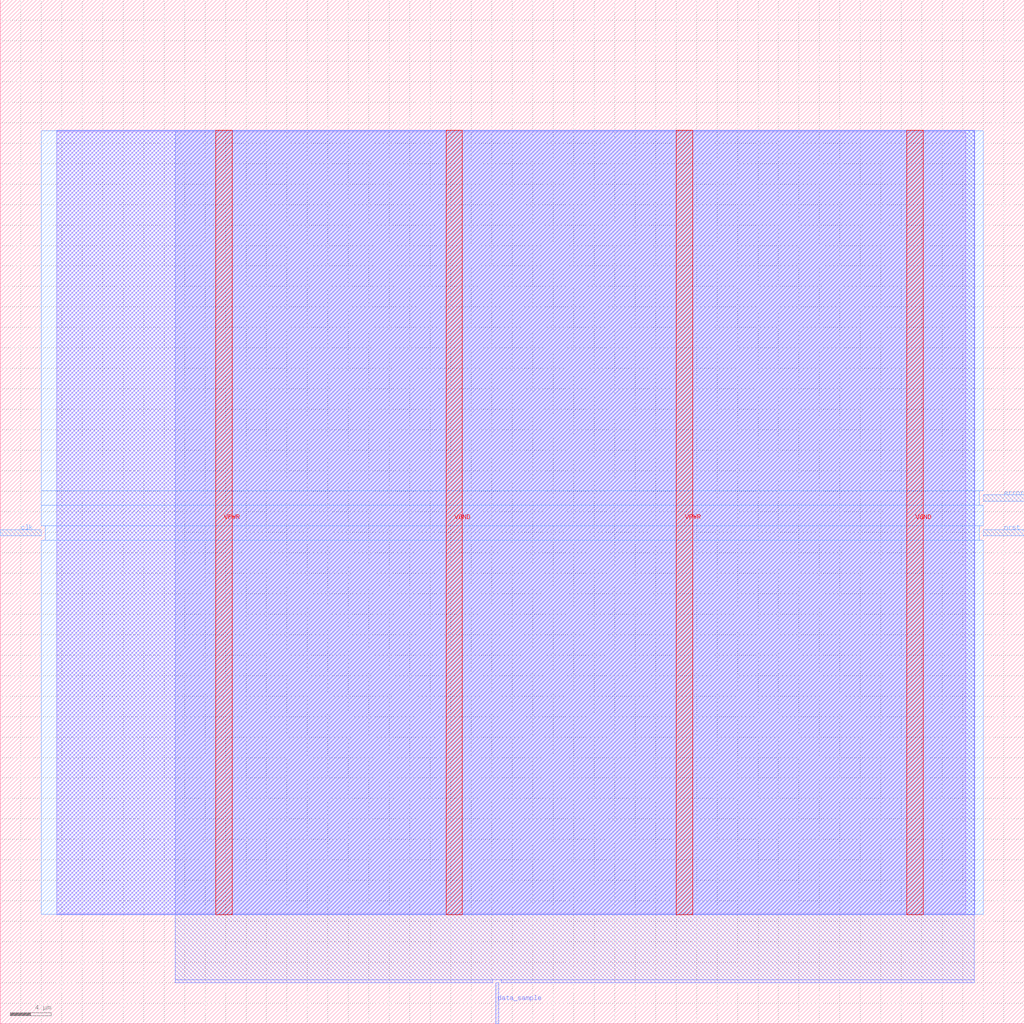
<source format=lef>
VERSION 5.7 ;
  NOWIREEXTENSIONATPIN ON ;
  DIVIDERCHAR "/" ;
  BUSBITCHARS "[]" ;
MACRO Top_issue
  CLASS BLOCK ;
  FOREIGN Top_issue ;
  ORIGIN 0.000 0.000 ;
  SIZE 100.000 BY 100.000 ;
  PIN VGND
    DIRECTION INOUT ;
    USE GROUND ;
    PORT
      LAYER met4 ;
        RECT 43.540 10.640 45.140 87.280 ;
    END
    PORT
      LAYER met4 ;
        RECT 88.540 10.640 90.140 87.280 ;
    END
  END VGND
  PIN VPWR
    DIRECTION INOUT ;
    USE POWER ;
    PORT
      LAYER met4 ;
        RECT 21.040 10.640 22.640 87.280 ;
    END
    PORT
      LAYER met4 ;
        RECT 66.040 10.640 67.640 87.280 ;
    END
  END VPWR
  PIN clk
    DIRECTION INPUT ;
    USE SIGNAL ;
    ANTENNAGATEAREA 0.852000 ;
    PORT
      LAYER met3 ;
        RECT 0.000 47.640 4.000 48.240 ;
    END
  END clk
  PIN data_sample
    DIRECTION INPUT ;
    USE SIGNAL ;
    ANTENNAGATEAREA 0.196500 ;
    PORT
      LAYER met2 ;
        RECT 48.390 0.000 48.670 4.000 ;
    END
  END data_sample
  PIN error
    DIRECTION OUTPUT ;
    USE SIGNAL ;
    ANTENNADIFFAREA 0.445500 ;
    PORT
      LAYER met3 ;
        RECT 96.000 51.040 100.000 51.640 ;
    END
  END error
  PIN nrst
    DIRECTION INPUT ;
    USE SIGNAL ;
    ANTENNAGATEAREA 0.196500 ;
    PORT
      LAYER met3 ;
        RECT 96.000 47.640 100.000 48.240 ;
    END
  END nrst
  OBS
      LAYER li1 ;
        RECT 5.520 10.795 94.300 87.125 ;
      LAYER met1 ;
        RECT 5.520 10.640 95.150 87.280 ;
      LAYER met2 ;
        RECT 17.110 4.280 95.130 87.225 ;
        RECT 17.110 4.000 48.110 4.280 ;
        RECT 48.950 4.000 95.130 4.280 ;
      LAYER met3 ;
        RECT 4.000 52.040 96.000 87.205 ;
        RECT 4.000 50.640 95.600 52.040 ;
        RECT 4.000 48.640 96.000 50.640 ;
        RECT 4.400 47.240 95.600 48.640 ;
        RECT 4.000 10.715 96.000 47.240 ;
  END
END Top_issue
END LIBRARY


</source>
